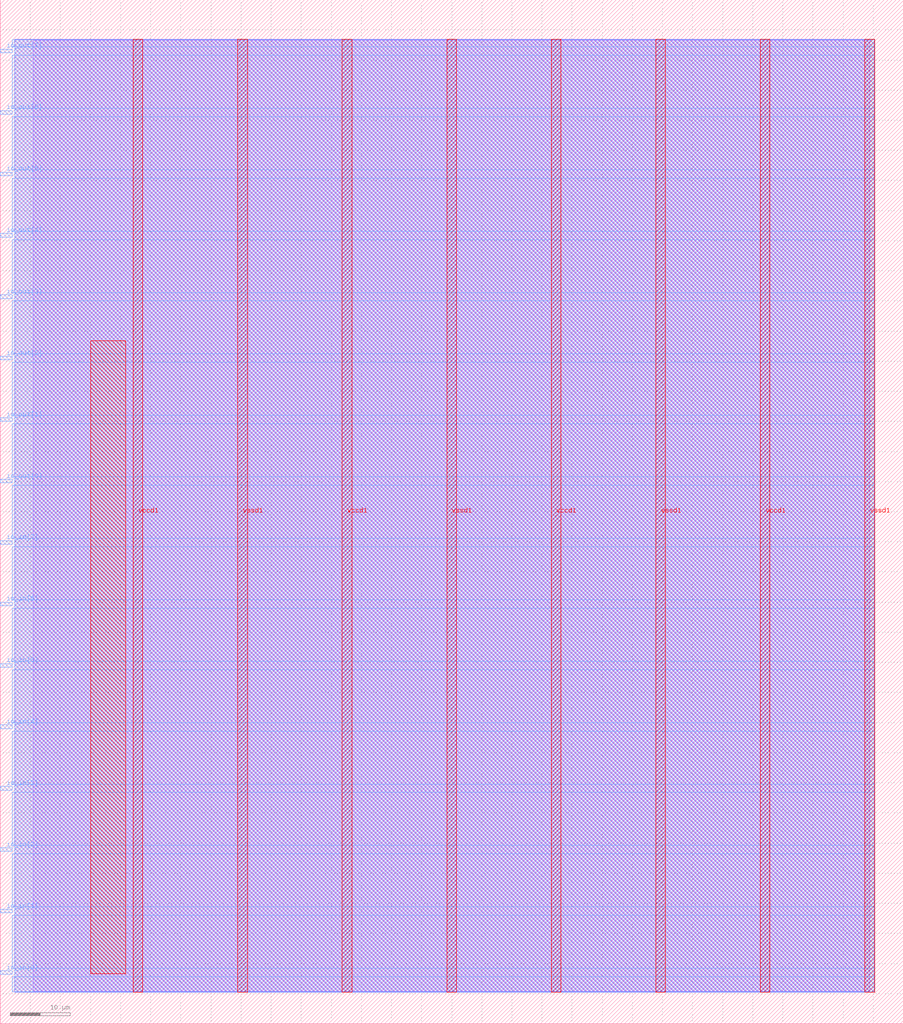
<source format=lef>
VERSION 5.7 ;
  NOWIREEXTENSIONATPIN ON ;
  DIVIDERCHAR "/" ;
  BUSBITCHARS "[]" ;
MACRO user_module_361684719151591425
  CLASS BLOCK ;
  FOREIGN user_module_361684719151591425 ;
  ORIGIN 0.000 0.000 ;
  SIZE 150.000 BY 170.000 ;
  PIN io_in[0]
    DIRECTION INPUT ;
    USE SIGNAL ;
    PORT
      LAYER met3 ;
        RECT 0.000 8.200 2.000 8.800 ;
    END
  END io_in[0]
  PIN io_in[1]
    DIRECTION INPUT ;
    USE SIGNAL ;
    PORT
      LAYER met3 ;
        RECT 0.000 18.400 2.000 19.000 ;
    END
  END io_in[1]
  PIN io_in[2]
    DIRECTION INPUT ;
    USE SIGNAL ;
    PORT
      LAYER met3 ;
        RECT 0.000 28.600 2.000 29.200 ;
    END
  END io_in[2]
  PIN io_in[3]
    DIRECTION INPUT ;
    USE SIGNAL ;
    PORT
      LAYER met3 ;
        RECT 0.000 38.800 2.000 39.400 ;
    END
  END io_in[3]
  PIN io_in[4]
    DIRECTION INPUT ;
    USE SIGNAL ;
    PORT
      LAYER met3 ;
        RECT 0.000 49.000 2.000 49.600 ;
    END
  END io_in[4]
  PIN io_in[5]
    DIRECTION INPUT ;
    USE SIGNAL ;
    PORT
      LAYER met3 ;
        RECT 0.000 59.200 2.000 59.800 ;
    END
  END io_in[5]
  PIN io_in[6]
    DIRECTION INPUT ;
    USE SIGNAL ;
    PORT
      LAYER met3 ;
        RECT 0.000 69.400 2.000 70.000 ;
    END
  END io_in[6]
  PIN io_in[7]
    DIRECTION INPUT ;
    USE SIGNAL ;
    PORT
      LAYER met3 ;
        RECT 0.000 79.600 2.000 80.200 ;
    END
  END io_in[7]
  PIN io_out[0]
    DIRECTION OUTPUT TRISTATE ;
    USE SIGNAL ;
    PORT
      LAYER met3 ;
        RECT 0.000 89.800 2.000 90.400 ;
    END
  END io_out[0]
  PIN io_out[1]
    DIRECTION OUTPUT TRISTATE ;
    USE SIGNAL ;
    PORT
      LAYER met3 ;
        RECT 0.000 100.000 2.000 100.600 ;
    END
  END io_out[1]
  PIN io_out[2]
    DIRECTION OUTPUT TRISTATE ;
    USE SIGNAL ;
    PORT
      LAYER met3 ;
        RECT 0.000 110.200 2.000 110.800 ;
    END
  END io_out[2]
  PIN io_out[3]
    DIRECTION OUTPUT TRISTATE ;
    USE SIGNAL ;
    PORT
      LAYER met3 ;
        RECT 0.000 120.400 2.000 121.000 ;
    END
  END io_out[3]
  PIN io_out[4]
    DIRECTION OUTPUT TRISTATE ;
    USE SIGNAL ;
    PORT
      LAYER met3 ;
        RECT 0.000 130.600 2.000 131.200 ;
    END
  END io_out[4]
  PIN io_out[5]
    DIRECTION OUTPUT TRISTATE ;
    USE SIGNAL ;
    PORT
      LAYER met3 ;
        RECT 0.000 140.800 2.000 141.400 ;
    END
  END io_out[5]
  PIN io_out[6]
    DIRECTION OUTPUT TRISTATE ;
    USE SIGNAL ;
    PORT
      LAYER met3 ;
        RECT 0.000 151.000 2.000 151.600 ;
    END
  END io_out[6]
  PIN io_out[7]
    DIRECTION OUTPUT TRISTATE ;
    USE SIGNAL ;
    PORT
      LAYER met3 ;
        RECT 0.000 161.200 2.000 161.800 ;
    END
  END io_out[7]
  PIN vccd1
    DIRECTION INOUT ;
    USE POWER ;
    PORT
      LAYER met4 ;
        RECT 22.085 5.200 23.685 163.440 ;
    END
    PORT
      LAYER met4 ;
        RECT 56.815 5.200 58.415 163.440 ;
    END
    PORT
      LAYER met4 ;
        RECT 91.545 5.200 93.145 163.440 ;
    END
    PORT
      LAYER met4 ;
        RECT 126.275 5.200 127.875 163.440 ;
    END
  END vccd1
  PIN vssd1
    DIRECTION INOUT ;
    USE GROUND ;
    PORT
      LAYER met4 ;
        RECT 39.450 5.200 41.050 163.440 ;
    END
    PORT
      LAYER met4 ;
        RECT 74.180 5.200 75.780 163.440 ;
    END
    PORT
      LAYER met4 ;
        RECT 108.910 5.200 110.510 163.440 ;
    END
    PORT
      LAYER met4 ;
        RECT 143.640 5.200 145.240 163.440 ;
    END
  END vssd1
  OBS
      LAYER li1 ;
        RECT 5.520 5.355 144.440 163.285 ;
      LAYER met1 ;
        RECT 2.370 5.200 145.240 163.440 ;
      LAYER met2 ;
        RECT 2.390 5.255 145.210 163.385 ;
      LAYER met3 ;
        RECT 2.000 162.200 145.230 163.365 ;
        RECT 2.400 160.800 145.230 162.200 ;
        RECT 2.000 152.000 145.230 160.800 ;
        RECT 2.400 150.600 145.230 152.000 ;
        RECT 2.000 141.800 145.230 150.600 ;
        RECT 2.400 140.400 145.230 141.800 ;
        RECT 2.000 131.600 145.230 140.400 ;
        RECT 2.400 130.200 145.230 131.600 ;
        RECT 2.000 121.400 145.230 130.200 ;
        RECT 2.400 120.000 145.230 121.400 ;
        RECT 2.000 111.200 145.230 120.000 ;
        RECT 2.400 109.800 145.230 111.200 ;
        RECT 2.000 101.000 145.230 109.800 ;
        RECT 2.400 99.600 145.230 101.000 ;
        RECT 2.000 90.800 145.230 99.600 ;
        RECT 2.400 89.400 145.230 90.800 ;
        RECT 2.000 80.600 145.230 89.400 ;
        RECT 2.400 79.200 145.230 80.600 ;
        RECT 2.000 70.400 145.230 79.200 ;
        RECT 2.400 69.000 145.230 70.400 ;
        RECT 2.000 60.200 145.230 69.000 ;
        RECT 2.400 58.800 145.230 60.200 ;
        RECT 2.000 50.000 145.230 58.800 ;
        RECT 2.400 48.600 145.230 50.000 ;
        RECT 2.000 39.800 145.230 48.600 ;
        RECT 2.400 38.400 145.230 39.800 ;
        RECT 2.000 29.600 145.230 38.400 ;
        RECT 2.400 28.200 145.230 29.600 ;
        RECT 2.000 19.400 145.230 28.200 ;
        RECT 2.400 18.000 145.230 19.400 ;
        RECT 2.000 9.200 145.230 18.000 ;
        RECT 2.400 7.800 145.230 9.200 ;
        RECT 2.000 5.275 145.230 7.800 ;
      LAYER met4 ;
        RECT 15.015 8.335 20.865 113.385 ;
  END
END user_module_361684719151591425
END LIBRARY


</source>
